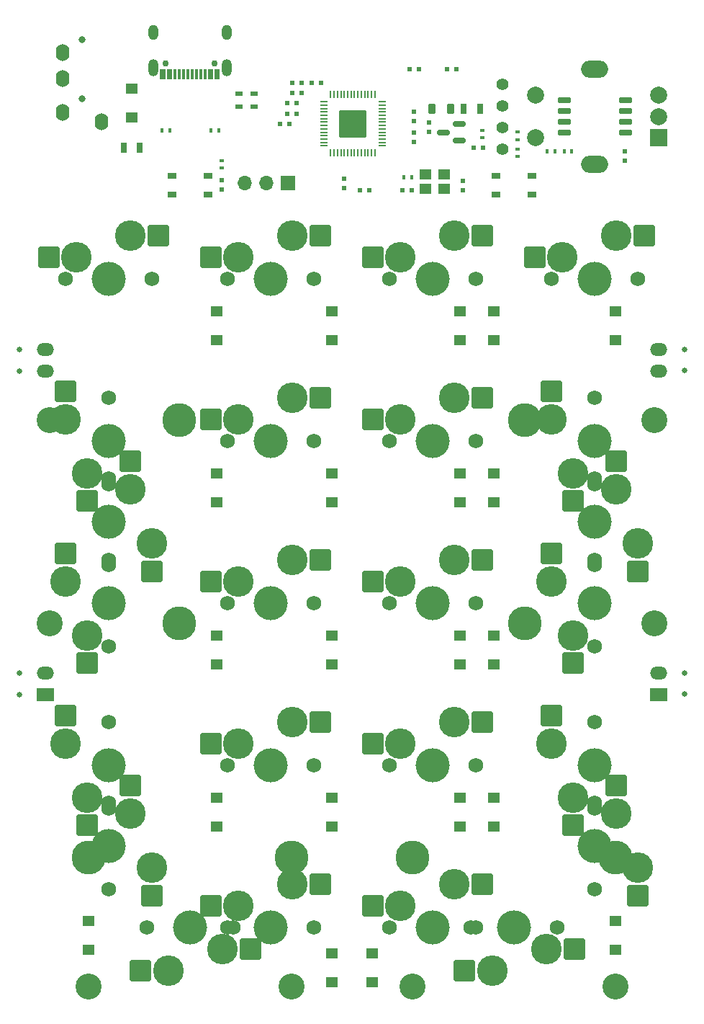
<source format=gbr>
G04 #@! TF.GenerationSoftware,KiCad,Pcbnew,(6.0.7)*
G04 #@! TF.CreationDate,2022-10-25T17:13:03-05:00*
G04 #@! TF.ProjectId,Container65,436f6e74-6169-46e6-9572-36352e6b6963,rev?*
G04 #@! TF.SameCoordinates,Original*
G04 #@! TF.FileFunction,Soldermask,Bot*
G04 #@! TF.FilePolarity,Negative*
%FSLAX46Y46*%
G04 Gerber Fmt 4.6, Leading zero omitted, Abs format (unit mm)*
G04 Created by KiCad (PCBNEW (6.0.7)) date 2022-10-25 17:13:03*
%MOMM*%
%LPD*%
G01*
G04 APERTURE LIST*
G04 Aperture macros list*
%AMRoundRect*
0 Rectangle with rounded corners*
0 $1 Rounding radius*
0 $2 $3 $4 $5 $6 $7 $8 $9 X,Y pos of 4 corners*
0 Add a 4 corners polygon primitive as box body*
4,1,4,$2,$3,$4,$5,$6,$7,$8,$9,$2,$3,0*
0 Add four circle primitives for the rounded corners*
1,1,$1+$1,$2,$3*
1,1,$1+$1,$4,$5*
1,1,$1+$1,$6,$7*
1,1,$1+$1,$8,$9*
0 Add four rect primitives between the rounded corners*
20,1,$1+$1,$2,$3,$4,$5,0*
20,1,$1+$1,$4,$5,$6,$7,0*
20,1,$1+$1,$6,$7,$8,$9,0*
20,1,$1+$1,$8,$9,$2,$3,0*%
G04 Aperture macros list end*
%ADD10RoundRect,0.050000X0.387500X0.050000X-0.387500X0.050000X-0.387500X-0.050000X0.387500X-0.050000X0*%
%ADD11RoundRect,0.050000X0.050000X0.387500X-0.050000X0.387500X-0.050000X-0.387500X0.050000X-0.387500X0*%
%ADD12RoundRect,0.144000X1.456000X1.456000X-1.456000X1.456000X-1.456000X-1.456000X1.456000X-1.456000X0*%
%ADD13RoundRect,0.250000X-1.000000X1.025000X-1.000000X-1.025000X1.000000X-1.025000X1.000000X1.025000X0*%
%ADD14C,1.750000*%
%ADD15C,4.000000*%
%ADD16C,3.600000*%
%ADD17RoundRect,0.250000X1.025000X1.000000X-1.025000X1.000000X-1.025000X-1.000000X1.025000X-1.000000X0*%
%ADD18RoundRect,0.250000X1.000000X-1.025000X1.000000X1.025000X-1.000000X1.025000X-1.000000X-1.025000X0*%
%ADD19RoundRect,0.250000X-1.025000X-1.000000X1.025000X-1.000000X1.025000X1.000000X-1.025000X1.000000X0*%
%ADD20C,3.987800*%
%ADD21C,3.048000*%
%ADD22O,3.200000X2.000000*%
%ADD23R,2.000000X2.000000*%
%ADD24C,2.000000*%
%ADD25C,1.397000*%
%ADD26RoundRect,0.218750X-0.218750X-0.381250X0.218750X-0.381250X0.218750X0.381250X-0.218750X0.381250X0*%
%ADD27R,1.400000X1.200000*%
%ADD28R,0.600000X0.500000*%
%ADD29O,0.650000X0.650000*%
%ADD30R,2.000000X1.500000*%
%ADD31O,2.000000X1.500000*%
%ADD32R,0.700000X1.300000*%
%ADD33R,0.500000X0.600000*%
%ADD34R,0.400000X0.600000*%
%ADD35RoundRect,0.150000X0.587500X0.150000X-0.587500X0.150000X-0.587500X-0.150000X0.587500X-0.150000X0*%
%ADD36RoundRect,0.065000X-0.460000X-0.260000X0.460000X-0.260000X0.460000X0.260000X-0.460000X0.260000X0*%
%ADD37R,0.600000X0.400000*%
%ADD38R,0.900000X0.500000*%
%ADD39R,1.700000X1.700000*%
%ADD40O,1.700000X1.700000*%
%ADD41C,0.800000*%
%ADD42O,1.600000X2.000000*%
%ADD43RoundRect,0.150000X-0.650000X-0.150000X0.650000X-0.150000X0.650000X0.150000X-0.650000X0.150000X0*%
%ADD44C,0.750013*%
%ADD45O,1.200000X1.800000*%
%ADD46O,1.200000X2.000000*%
%ADD47R,0.300000X1.300000*%
G04 APERTURE END LIST*
D10*
G04 #@! TO.C,U1*
X81325000Y-27625000D03*
X81325000Y-28025000D03*
X81325000Y-28425000D03*
X81325000Y-28825000D03*
X81325000Y-29225000D03*
X81325000Y-29625000D03*
X81325000Y-30025000D03*
X81325000Y-30425000D03*
X81325000Y-30825000D03*
X81325000Y-31225000D03*
X81325000Y-31625000D03*
X81325000Y-32025000D03*
X81325000Y-32425000D03*
X81325000Y-32825000D03*
D11*
X80487500Y-33662500D03*
X80087500Y-33662500D03*
X79687500Y-33662500D03*
X79287500Y-33662500D03*
X78887500Y-33662500D03*
X78487500Y-33662500D03*
X78087500Y-33662500D03*
X77687500Y-33662500D03*
X77287500Y-33662500D03*
X76887500Y-33662500D03*
X76487500Y-33662500D03*
X76087500Y-33662500D03*
X75687500Y-33662500D03*
X75287500Y-33662500D03*
D10*
X74450000Y-32825000D03*
X74450000Y-32425000D03*
X74450000Y-32025000D03*
X74450000Y-31625000D03*
X74450000Y-31225000D03*
X74450000Y-30825000D03*
X74450000Y-30425000D03*
X74450000Y-30025000D03*
X74450000Y-29625000D03*
X74450000Y-29225000D03*
X74450000Y-28825000D03*
X74450000Y-28425000D03*
X74450000Y-28025000D03*
X74450000Y-27625000D03*
D11*
X75287500Y-26787500D03*
X75687500Y-26787500D03*
X76087500Y-26787500D03*
X76487500Y-26787500D03*
X76887500Y-26787500D03*
X77287500Y-26787500D03*
X77687500Y-26787500D03*
X78087500Y-26787500D03*
X78487500Y-26787500D03*
X78887500Y-26787500D03*
X79287500Y-26787500D03*
X79687500Y-26787500D03*
X80087500Y-26787500D03*
X80487500Y-26787500D03*
D12*
X77887500Y-30225000D03*
G04 #@! TD*
D13*
G04 #@! TO.C,MX-E-3*
X54292500Y-120935750D03*
D14*
X49212500Y-120173750D03*
X49212500Y-110013750D03*
D13*
X51752500Y-108008750D03*
D15*
X49212500Y-115093750D03*
D16*
X51752500Y-111283750D03*
X54292500Y-117633750D03*
G04 #@! TD*
D13*
G04 #@! TO.C,MX20*
X111442500Y-120935750D03*
D14*
X106362500Y-120173750D03*
X106362500Y-110013750D03*
D13*
X108902500Y-108008750D03*
D15*
X106362500Y-115093750D03*
D16*
X108902500Y-111283750D03*
X111442500Y-117633750D03*
G04 #@! TD*
D17*
G04 #@! TO.C,MX17*
X52895500Y-129698750D03*
D14*
X53657500Y-124618750D03*
X63817500Y-124618750D03*
D17*
X65822500Y-127158750D03*
D15*
X58737500Y-124618750D03*
D16*
X62547500Y-127158750D03*
X56197500Y-129698750D03*
G04 #@! TD*
D13*
G04 #@! TO.C,MX-E-2*
X111442500Y-82835750D03*
D14*
X106362500Y-82073750D03*
X106362500Y-71913750D03*
D13*
X108902500Y-69908750D03*
D15*
X106362500Y-76993750D03*
D16*
X108902500Y-73183750D03*
X111442500Y-79533750D03*
G04 #@! TD*
D17*
G04 #@! TO.C,MX-E-4*
X90995500Y-129698750D03*
D14*
X91757500Y-124618750D03*
X101917500Y-124618750D03*
D17*
X103922500Y-127158750D03*
D15*
X96837500Y-124618750D03*
D16*
X100647500Y-127158750D03*
X94297500Y-129698750D03*
G04 #@! TD*
D13*
G04 #@! TO.C,MX-E-1*
X54292500Y-82835750D03*
D14*
X49212500Y-82073750D03*
X49212500Y-71913750D03*
D13*
X51752500Y-69908750D03*
D15*
X49212500Y-76993750D03*
D16*
X51752500Y-73183750D03*
X54292500Y-79533750D03*
G04 #@! TD*
D14*
G04 #@! TO.C,MX13*
X49212500Y-110648750D03*
D18*
X46672500Y-112653750D03*
D15*
X49212500Y-105568750D03*
D14*
X49212500Y-100488750D03*
D18*
X44132500Y-99726750D03*
D16*
X46672500Y-109378750D03*
X44132500Y-103028750D03*
G04 #@! TD*
D14*
G04 #@! TO.C,MX1*
X44132500Y-48418750D03*
D19*
X42127500Y-45878750D03*
D15*
X49212500Y-48418750D03*
D14*
X54292500Y-48418750D03*
D19*
X55054500Y-43338750D03*
D16*
X45402500Y-45878750D03*
X51752500Y-43338750D03*
G04 #@! TD*
D14*
G04 #@! TO.C,MX4*
X101282500Y-48418750D03*
D19*
X99277500Y-45878750D03*
D15*
X106362500Y-48418750D03*
D14*
X111442500Y-48418750D03*
D19*
X112204500Y-43338750D03*
D16*
X102552500Y-45878750D03*
X108902500Y-43338750D03*
G04 #@! TD*
D14*
G04 #@! TO.C,MX19*
X82232500Y-124618750D03*
D19*
X80227500Y-122078750D03*
D15*
X87312500Y-124618750D03*
D14*
X92392500Y-124618750D03*
D19*
X93154500Y-119538750D03*
D16*
X83502500Y-122078750D03*
X89852500Y-119538750D03*
G04 #@! TD*
D14*
G04 #@! TO.C,MX7*
X82232500Y-67468750D03*
D19*
X80227500Y-64928750D03*
D15*
X87312500Y-67468750D03*
D14*
X92392500Y-67468750D03*
D19*
X93154500Y-62388750D03*
D16*
X83502500Y-64928750D03*
X89852500Y-62388750D03*
G04 #@! TD*
D14*
G04 #@! TO.C,MX8*
X106362500Y-72548750D03*
D18*
X103822500Y-74553750D03*
D15*
X106362500Y-67468750D03*
D14*
X106362500Y-62388750D03*
D18*
X101282500Y-61626750D03*
D16*
X103822500Y-71278750D03*
X101282500Y-64928750D03*
G04 #@! TD*
D14*
G04 #@! TO.C,MX10*
X63182500Y-86518750D03*
D19*
X61177500Y-83978750D03*
D15*
X68262500Y-86518750D03*
D14*
X73342500Y-86518750D03*
D19*
X74104500Y-81438750D03*
D16*
X64452500Y-83978750D03*
X70802500Y-81438750D03*
G04 #@! TD*
D14*
G04 #@! TO.C,MX18*
X63182500Y-124618750D03*
D19*
X61177500Y-122078750D03*
D15*
X68262500Y-124618750D03*
D14*
X73342500Y-124618750D03*
D19*
X74104500Y-119538750D03*
D16*
X64452500Y-122078750D03*
X70802500Y-119538750D03*
G04 #@! TD*
D14*
G04 #@! TO.C,MX12*
X106362500Y-91598750D03*
D18*
X103822500Y-93603750D03*
D15*
X106362500Y-86518750D03*
D14*
X106362500Y-81438750D03*
D18*
X101282500Y-80676750D03*
D16*
X103822500Y-90328750D03*
X101282500Y-83978750D03*
G04 #@! TD*
D14*
G04 #@! TO.C,MX16*
X106362500Y-110648750D03*
D18*
X103822500Y-112653750D03*
D15*
X106362500Y-105568750D03*
D14*
X106362500Y-100488750D03*
D18*
X101282500Y-99726750D03*
D16*
X103822500Y-109378750D03*
X101282500Y-103028750D03*
G04 #@! TD*
D14*
G04 #@! TO.C,MX11*
X82232500Y-86518750D03*
D19*
X80227500Y-83978750D03*
D15*
X87312500Y-86518750D03*
D14*
X92392500Y-86518750D03*
D19*
X93154500Y-81438750D03*
D16*
X83502500Y-83978750D03*
X89852500Y-81438750D03*
G04 #@! TD*
D14*
G04 #@! TO.C,MX14*
X63182500Y-105568750D03*
D19*
X61177500Y-103028750D03*
D15*
X68262500Y-105568750D03*
D14*
X73342500Y-105568750D03*
D19*
X74104500Y-100488750D03*
D16*
X64452500Y-103028750D03*
X70802500Y-100488750D03*
G04 #@! TD*
D14*
G04 #@! TO.C,MX2*
X63182500Y-48418750D03*
D19*
X61177500Y-45878750D03*
D15*
X68262500Y-48418750D03*
D14*
X73342500Y-48418750D03*
D19*
X74104500Y-43338750D03*
D16*
X64452500Y-45878750D03*
X70802500Y-43338750D03*
G04 #@! TD*
D14*
G04 #@! TO.C,MX6*
X63182500Y-67468750D03*
D19*
X61177500Y-64928750D03*
D15*
X68262500Y-67468750D03*
D14*
X73342500Y-67468750D03*
D19*
X74104500Y-62388750D03*
D16*
X64452500Y-64928750D03*
X70802500Y-62388750D03*
G04 #@! TD*
D14*
G04 #@! TO.C,MX3*
X82232500Y-48418750D03*
D19*
X80227500Y-45878750D03*
D15*
X87312500Y-48418750D03*
D14*
X92392500Y-48418750D03*
D19*
X93154500Y-43338750D03*
D16*
X83502500Y-45878750D03*
X89852500Y-43338750D03*
G04 #@! TD*
D14*
G04 #@! TO.C,MX9*
X49212500Y-91598750D03*
D18*
X46672500Y-93603750D03*
D15*
X49212500Y-86518750D03*
D14*
X49212500Y-81438750D03*
D18*
X44132500Y-80676750D03*
D16*
X46672500Y-90328750D03*
X44132500Y-83978750D03*
G04 #@! TD*
D14*
G04 #@! TO.C,MX15*
X82232500Y-105568750D03*
D19*
X80227500Y-103028750D03*
D15*
X87312500Y-105568750D03*
D14*
X92392500Y-105568750D03*
D19*
X93154500Y-100488750D03*
D16*
X83502500Y-103028750D03*
X89852500Y-100488750D03*
G04 #@! TD*
D14*
G04 #@! TO.C,MX5*
X49212500Y-72548750D03*
D18*
X46672500Y-74553750D03*
D15*
X49212500Y-67468750D03*
D14*
X49212500Y-62388750D03*
D18*
X44132500Y-61626750D03*
D16*
X46672500Y-71278750D03*
X44132500Y-64928750D03*
G04 #@! TD*
D20*
G04 #@! TO.C,X3*
X70675500Y-116393750D03*
D21*
X70675500Y-131603750D03*
X46799500Y-131603750D03*
D20*
X46799500Y-116393750D03*
G04 #@! TD*
D21*
G04 #@! TO.C,X4*
X108775500Y-131603750D03*
X84899500Y-131603750D03*
D20*
X108775500Y-116393750D03*
X84899500Y-116393750D03*
G04 #@! TD*
D21*
G04 #@! TO.C,X2*
X113347500Y-65055750D03*
X113347500Y-88931750D03*
D20*
X98137500Y-88931750D03*
X98137500Y-65055750D03*
G04 #@! TD*
D21*
G04 #@! TO.C,X1*
X42227500Y-65055750D03*
D20*
X57437500Y-65055750D03*
X57437500Y-88931750D03*
D21*
X42227500Y-88931750D03*
G04 #@! TD*
D22*
G04 #@! TO.C,SW1*
X106362500Y-34968750D03*
X106362500Y-23768750D03*
D23*
X113862500Y-31868750D03*
D24*
X113862500Y-26868750D03*
X113862500Y-29368750D03*
X99362500Y-26868750D03*
X99362500Y-31868750D03*
G04 #@! TD*
D25*
G04 #@! TO.C,OL1*
X95517500Y-33178750D03*
X95517500Y-30638750D03*
X95517500Y-28098750D03*
X95517500Y-25558750D03*
G04 #@! TD*
D26*
G04 #@! TO.C,FB1*
X87225000Y-28425000D03*
X89350000Y-28425000D03*
G04 #@! TD*
D27*
G04 #@! TO.C,D14*
X75406250Y-112825000D03*
X75406250Y-109425000D03*
G04 #@! TD*
D28*
G04 #@! TO.C,C10*
X70437500Y-30225000D03*
X69337500Y-30225000D03*
G04 #@! TD*
D27*
G04 #@! TO.C,D4*
X108743750Y-55675000D03*
X108743750Y-52275000D03*
G04 #@! TD*
G04 #@! TO.C,D8*
X94456250Y-74725000D03*
X94456250Y-71325000D03*
G04 #@! TD*
D29*
G04 #@! TO.C,J3*
X38687500Y-97283750D03*
X38687500Y-94783750D03*
D30*
X41687500Y-97283750D03*
D31*
X41687500Y-94743750D03*
G04 #@! TD*
D32*
G04 #@! TO.C,D22*
X90937500Y-28425000D03*
X92837500Y-28425000D03*
G04 #@! TD*
D28*
G04 #@! TO.C,C15*
X71237500Y-29025000D03*
X70137500Y-29025000D03*
G04 #@! TD*
D33*
G04 #@! TO.C,C4*
X86887500Y-31175000D03*
X86887500Y-30075000D03*
G04 #@! TD*
D27*
G04 #@! TO.C,D23*
X94456250Y-55675000D03*
X94456250Y-52275000D03*
G04 #@! TD*
D33*
G04 #@! TO.C,C17*
X76887500Y-36675000D03*
X76887500Y-37775000D03*
G04 #@! TD*
D27*
G04 #@! TO.C,D10*
X75406250Y-93775000D03*
X75406250Y-90375000D03*
G04 #@! TD*
G04 #@! TO.C,D15*
X90487500Y-112825000D03*
X90487500Y-109425000D03*
G04 #@! TD*
G04 #@! TO.C,D12*
X94456250Y-93775000D03*
X94456250Y-90375000D03*
G04 #@! TD*
G04 #@! TO.C,D1*
X61912500Y-55675000D03*
X61912500Y-52275000D03*
G04 #@! TD*
G04 #@! TO.C,D3*
X90487500Y-55675000D03*
X90487500Y-52275000D03*
G04 #@! TD*
D34*
G04 #@! TO.C,R4*
X103637500Y-33475000D03*
X102737500Y-33475000D03*
G04 #@! TD*
D35*
G04 #@! TO.C,U3*
X90425000Y-30275000D03*
X90425000Y-32175000D03*
X88550000Y-31225000D03*
G04 #@! TD*
D36*
G04 #@! TO.C,U5*
X94754776Y-38499871D03*
X98954776Y-38499871D03*
X94754776Y-36349871D03*
X98954776Y-36349871D03*
G04 #@! TD*
D37*
G04 #@! TO.C,R9*
X93087500Y-31875000D03*
X93087500Y-30975000D03*
G04 #@! TD*
G04 #@! TO.C,R11*
X97287500Y-33175000D03*
X97287500Y-34075000D03*
G04 #@! TD*
D34*
G04 #@! TO.C,R7*
X56337500Y-31025000D03*
X55437500Y-31025000D03*
G04 #@! TD*
D27*
G04 #@! TO.C,D21*
X51887500Y-29500000D03*
X51887500Y-26100000D03*
G04 #@! TD*
G04 #@! TO.C,D17*
X46831250Y-127300000D03*
X46831250Y-123900000D03*
G04 #@! TD*
G04 #@! TO.C,D18*
X75406250Y-131081250D03*
X75406250Y-127681250D03*
G04 #@! TD*
G04 #@! TO.C,D9*
X61912500Y-93775000D03*
X61912500Y-90375000D03*
G04 #@! TD*
G04 #@! TO.C,D20*
X108743750Y-127300000D03*
X108743750Y-123900000D03*
G04 #@! TD*
D33*
G04 #@! TO.C,C13*
X85087500Y-29918750D03*
X85087500Y-28818750D03*
G04 #@! TD*
D27*
G04 #@! TO.C,D5*
X61912500Y-74725000D03*
X61912500Y-71325000D03*
G04 #@! TD*
D28*
G04 #@! TO.C,C8*
X71837500Y-25425000D03*
X70737500Y-25425000D03*
G04 #@! TD*
D29*
G04 #@! TO.C,J6*
X116887500Y-59212500D03*
X116887500Y-56712500D03*
D31*
X113887500Y-59252500D03*
X113887500Y-56712500D03*
G04 #@! TD*
D28*
G04 #@! TO.C,C2*
X74137500Y-25425000D03*
X73037500Y-25425000D03*
G04 #@! TD*
D32*
G04 #@! TO.C,F1*
X50937500Y-33025000D03*
X52837500Y-33025000D03*
G04 #@! TD*
D34*
G04 #@! TO.C,R3*
X84787500Y-36500000D03*
X83887500Y-36500000D03*
G04 #@! TD*
G04 #@! TO.C,R5*
X101637500Y-33475000D03*
X100737500Y-33475000D03*
G04 #@! TD*
D28*
G04 #@! TO.C,C7*
X83687500Y-38000000D03*
X84787500Y-38000000D03*
G04 #@! TD*
D38*
G04 #@! TO.C,R1*
X64487500Y-26675000D03*
X64487500Y-28175000D03*
G04 #@! TD*
D37*
G04 #@! TO.C,R10*
X97287500Y-32075000D03*
X97287500Y-31175000D03*
G04 #@! TD*
D28*
G04 #@! TO.C,C16*
X84537500Y-23825000D03*
X85637500Y-23825000D03*
G04 #@! TD*
D27*
G04 #@! TO.C,D6*
X75406250Y-74725000D03*
X75406250Y-71325000D03*
G04 #@! TD*
D37*
G04 #@! TO.C,R8*
X62487500Y-35450000D03*
X62487500Y-34550000D03*
G04 #@! TD*
D27*
G04 #@! TO.C,D11*
X90487500Y-93775000D03*
X90487500Y-90375000D03*
G04 #@! TD*
G04 #@! TO.C,D13*
X61912500Y-112825000D03*
X61912500Y-109425000D03*
G04 #@! TD*
D33*
G04 #@! TO.C,C6*
X90837500Y-38050000D03*
X90837500Y-36950000D03*
G04 #@! TD*
D27*
G04 #@! TO.C,D19*
X80168750Y-131081250D03*
X80168750Y-127681250D03*
G04 #@! TD*
D33*
G04 #@! TO.C,C12*
X85087500Y-32375000D03*
X85087500Y-31275000D03*
G04 #@! TD*
D28*
G04 #@! TO.C,C5*
X93237500Y-33025000D03*
X92137500Y-33025000D03*
G04 #@! TD*
D39*
G04 #@! TO.C,J1*
X70287500Y-37200000D03*
D40*
X67747500Y-37200000D03*
X65207500Y-37200000D03*
G04 #@! TD*
D27*
G04 #@! TO.C,Y1*
X88637500Y-37850000D03*
X86437500Y-37850000D03*
X86437500Y-36150000D03*
X88637500Y-36150000D03*
G04 #@! TD*
G04 #@! TO.C,D2*
X75406250Y-55675000D03*
X75406250Y-52275000D03*
G04 #@! TD*
D36*
G04 #@! TO.C,U6*
X56654776Y-38499871D03*
X60854776Y-38499871D03*
X56654776Y-36349871D03*
X60854776Y-36349871D03*
G04 #@! TD*
D38*
G04 #@! TO.C,R2*
X66287500Y-26675000D03*
X66287500Y-28175000D03*
G04 #@! TD*
D27*
G04 #@! TO.C,D16*
X94456250Y-112825000D03*
X94456250Y-109425000D03*
G04 #@! TD*
D29*
G04 #@! TO.C,J4*
X38687500Y-56752500D03*
X38687500Y-59252500D03*
D31*
X41687500Y-59252500D03*
X41687500Y-56712500D03*
G04 #@! TD*
D28*
G04 #@! TO.C,C11*
X78737500Y-38000000D03*
X79837500Y-38000000D03*
G04 #@! TD*
D33*
G04 #@! TO.C,C18*
X62487500Y-36850000D03*
X62487500Y-37950000D03*
G04 #@! TD*
D41*
G04 #@! TO.C,U7*
X46037500Y-27300000D03*
X46037500Y-20300000D03*
D42*
X48337500Y-30000000D03*
X43737500Y-28900000D03*
X43737500Y-24900000D03*
X43737500Y-21900000D03*
G04 #@! TD*
D27*
G04 #@! TO.C,D7*
X90487500Y-74725000D03*
X90487500Y-71325000D03*
G04 #@! TD*
D28*
G04 #@! TO.C,C14*
X90037500Y-23825000D03*
X88937500Y-23825000D03*
G04 #@! TD*
G04 #@! TO.C,C9*
X71237500Y-27825000D03*
X70137500Y-27825000D03*
G04 #@! TD*
D34*
G04 #@! TO.C,R6*
X61237500Y-31025000D03*
X62137500Y-31025000D03*
G04 #@! TD*
D29*
G04 #@! TO.C,J5*
X116887500Y-94753750D03*
X116887500Y-97253750D03*
D30*
X113887500Y-97293750D03*
D31*
X113887500Y-94753750D03*
G04 #@! TD*
D43*
G04 #@! TO.C,U4*
X102762500Y-31273750D03*
X102762500Y-30003750D03*
X102762500Y-28733750D03*
X102762500Y-27463750D03*
X109962500Y-27463750D03*
X109962500Y-28733750D03*
X109962500Y-30003750D03*
X109962500Y-31273750D03*
G04 #@! TD*
D28*
G04 #@! TO.C,C1*
X71837500Y-26625000D03*
X70737500Y-26625000D03*
G04 #@! TD*
D44*
G04 #@! TO.C,U2*
X55836560Y-23153134D03*
X61636408Y-23153134D03*
D45*
X54411363Y-19453362D03*
D46*
X63061605Y-23653261D03*
X54411363Y-23653261D03*
D45*
X63061605Y-19453362D03*
D47*
X55386471Y-24421587D03*
X56186573Y-24421587D03*
X57486547Y-24421587D03*
X58486547Y-24421587D03*
X58986420Y-24421587D03*
X59986166Y-24421587D03*
X61286649Y-24421587D03*
X62086497Y-24421587D03*
X61786522Y-24421587D03*
X60986420Y-24421587D03*
X60486547Y-24421587D03*
X59486547Y-24421587D03*
X57986420Y-24421587D03*
X56986420Y-24421587D03*
X56486547Y-24421587D03*
X55686446Y-24421587D03*
G04 #@! TD*
D33*
G04 #@! TO.C,C3*
X109887500Y-33475000D03*
X109887500Y-34575000D03*
G04 #@! TD*
M02*

</source>
